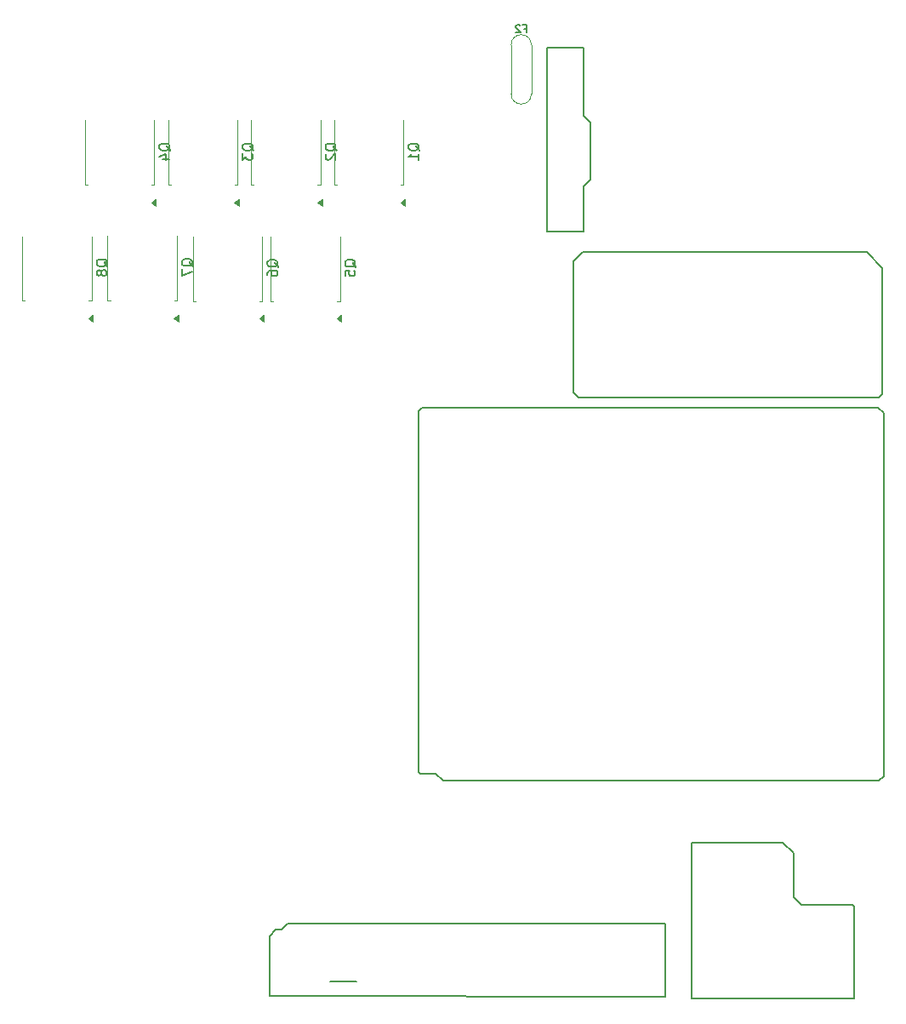
<source format=gbo>
G04 #@! TF.GenerationSoftware,KiCad,Pcbnew,9.0.4*
G04 #@! TF.CreationDate,2025-12-07T20:06:33+10:00*
G04 #@! TF.ProjectId,trove8,74726f76-6538-42e6-9b69-6361645f7063,rev?*
G04 #@! TF.SameCoordinates,Original*
G04 #@! TF.FileFunction,Legend,Bot*
G04 #@! TF.FilePolarity,Positive*
%FSLAX46Y46*%
G04 Gerber Fmt 4.6, Leading zero omitted, Abs format (unit mm)*
G04 Created by KiCad (PCBNEW 9.0.4) date 2025-12-07 20:06:33*
%MOMM*%
%LPD*%
G01*
G04 APERTURE LIST*
%ADD10C,0.127000*%
%ADD11C,0.150000*%
%ADD12C,0.200000*%
%ADD13C,0.120000*%
G04 APERTURE END LIST*
D10*
X123753999Y-45196768D02*
X124007999Y-45196768D01*
X124007999Y-45595911D02*
X124007999Y-44833911D01*
X124007999Y-44833911D02*
X123645142Y-44833911D01*
X123391142Y-44906483D02*
X123354856Y-44870197D01*
X123354856Y-44870197D02*
X123282285Y-44833911D01*
X123282285Y-44833911D02*
X123100856Y-44833911D01*
X123100856Y-44833911D02*
X123028285Y-44870197D01*
X123028285Y-44870197D02*
X122991999Y-44906483D01*
X122991999Y-44906483D02*
X122955713Y-44979054D01*
X122955713Y-44979054D02*
X122955713Y-45051626D01*
X122955713Y-45051626D02*
X122991999Y-45160483D01*
X122991999Y-45160483D02*
X123427427Y-45595911D01*
X123427427Y-45595911D02*
X122955713Y-45595911D01*
D11*
X82330057Y-68864761D02*
X82282438Y-68769523D01*
X82282438Y-68769523D02*
X82187200Y-68674285D01*
X82187200Y-68674285D02*
X82044342Y-68531428D01*
X82044342Y-68531428D02*
X81996723Y-68436190D01*
X81996723Y-68436190D02*
X81996723Y-68340952D01*
X82234819Y-68388571D02*
X82187200Y-68293333D01*
X82187200Y-68293333D02*
X82091961Y-68198095D01*
X82091961Y-68198095D02*
X81901485Y-68150476D01*
X81901485Y-68150476D02*
X81568152Y-68150476D01*
X81568152Y-68150476D02*
X81377676Y-68198095D01*
X81377676Y-68198095D02*
X81282438Y-68293333D01*
X81282438Y-68293333D02*
X81234819Y-68388571D01*
X81234819Y-68388571D02*
X81234819Y-68579047D01*
X81234819Y-68579047D02*
X81282438Y-68674285D01*
X81282438Y-68674285D02*
X81377676Y-68769523D01*
X81377676Y-68769523D02*
X81568152Y-68817142D01*
X81568152Y-68817142D02*
X81901485Y-68817142D01*
X81901485Y-68817142D02*
X82091961Y-68769523D01*
X82091961Y-68769523D02*
X82187200Y-68674285D01*
X82187200Y-68674285D02*
X82234819Y-68579047D01*
X82234819Y-68579047D02*
X82234819Y-68388571D01*
X81663390Y-69388571D02*
X81615771Y-69293333D01*
X81615771Y-69293333D02*
X81568152Y-69245714D01*
X81568152Y-69245714D02*
X81472914Y-69198095D01*
X81472914Y-69198095D02*
X81425295Y-69198095D01*
X81425295Y-69198095D02*
X81330057Y-69245714D01*
X81330057Y-69245714D02*
X81282438Y-69293333D01*
X81282438Y-69293333D02*
X81234819Y-69388571D01*
X81234819Y-69388571D02*
X81234819Y-69579047D01*
X81234819Y-69579047D02*
X81282438Y-69674285D01*
X81282438Y-69674285D02*
X81330057Y-69721904D01*
X81330057Y-69721904D02*
X81425295Y-69769523D01*
X81425295Y-69769523D02*
X81472914Y-69769523D01*
X81472914Y-69769523D02*
X81568152Y-69721904D01*
X81568152Y-69721904D02*
X81615771Y-69674285D01*
X81615771Y-69674285D02*
X81663390Y-69579047D01*
X81663390Y-69579047D02*
X81663390Y-69388571D01*
X81663390Y-69388571D02*
X81711009Y-69293333D01*
X81711009Y-69293333D02*
X81758628Y-69245714D01*
X81758628Y-69245714D02*
X81853866Y-69198095D01*
X81853866Y-69198095D02*
X82044342Y-69198095D01*
X82044342Y-69198095D02*
X82139580Y-69245714D01*
X82139580Y-69245714D02*
X82187200Y-69293333D01*
X82187200Y-69293333D02*
X82234819Y-69388571D01*
X82234819Y-69388571D02*
X82234819Y-69579047D01*
X82234819Y-69579047D02*
X82187200Y-69674285D01*
X82187200Y-69674285D02*
X82139580Y-69721904D01*
X82139580Y-69721904D02*
X82044342Y-69769523D01*
X82044342Y-69769523D02*
X81853866Y-69769523D01*
X81853866Y-69769523D02*
X81758628Y-69721904D01*
X81758628Y-69721904D02*
X81711009Y-69674285D01*
X81711009Y-69674285D02*
X81663390Y-69579047D01*
X88580057Y-57339761D02*
X88532438Y-57244523D01*
X88532438Y-57244523D02*
X88437200Y-57149285D01*
X88437200Y-57149285D02*
X88294342Y-57006428D01*
X88294342Y-57006428D02*
X88246723Y-56911190D01*
X88246723Y-56911190D02*
X88246723Y-56815952D01*
X88484819Y-56863571D02*
X88437200Y-56768333D01*
X88437200Y-56768333D02*
X88341961Y-56673095D01*
X88341961Y-56673095D02*
X88151485Y-56625476D01*
X88151485Y-56625476D02*
X87818152Y-56625476D01*
X87818152Y-56625476D02*
X87627676Y-56673095D01*
X87627676Y-56673095D02*
X87532438Y-56768333D01*
X87532438Y-56768333D02*
X87484819Y-56863571D01*
X87484819Y-56863571D02*
X87484819Y-57054047D01*
X87484819Y-57054047D02*
X87532438Y-57149285D01*
X87532438Y-57149285D02*
X87627676Y-57244523D01*
X87627676Y-57244523D02*
X87818152Y-57292142D01*
X87818152Y-57292142D02*
X88151485Y-57292142D01*
X88151485Y-57292142D02*
X88341961Y-57244523D01*
X88341961Y-57244523D02*
X88437200Y-57149285D01*
X88437200Y-57149285D02*
X88484819Y-57054047D01*
X88484819Y-57054047D02*
X88484819Y-56863571D01*
X87818152Y-58149285D02*
X88484819Y-58149285D01*
X87437200Y-57911190D02*
X88151485Y-57673095D01*
X88151485Y-57673095D02*
X88151485Y-58292142D01*
X105110057Y-57339761D02*
X105062438Y-57244523D01*
X105062438Y-57244523D02*
X104967200Y-57149285D01*
X104967200Y-57149285D02*
X104824342Y-57006428D01*
X104824342Y-57006428D02*
X104776723Y-56911190D01*
X104776723Y-56911190D02*
X104776723Y-56815952D01*
X105014819Y-56863571D02*
X104967200Y-56768333D01*
X104967200Y-56768333D02*
X104871961Y-56673095D01*
X104871961Y-56673095D02*
X104681485Y-56625476D01*
X104681485Y-56625476D02*
X104348152Y-56625476D01*
X104348152Y-56625476D02*
X104157676Y-56673095D01*
X104157676Y-56673095D02*
X104062438Y-56768333D01*
X104062438Y-56768333D02*
X104014819Y-56863571D01*
X104014819Y-56863571D02*
X104014819Y-57054047D01*
X104014819Y-57054047D02*
X104062438Y-57149285D01*
X104062438Y-57149285D02*
X104157676Y-57244523D01*
X104157676Y-57244523D02*
X104348152Y-57292142D01*
X104348152Y-57292142D02*
X104681485Y-57292142D01*
X104681485Y-57292142D02*
X104871961Y-57244523D01*
X104871961Y-57244523D02*
X104967200Y-57149285D01*
X104967200Y-57149285D02*
X105014819Y-57054047D01*
X105014819Y-57054047D02*
X105014819Y-56863571D01*
X104110057Y-57673095D02*
X104062438Y-57720714D01*
X104062438Y-57720714D02*
X104014819Y-57815952D01*
X104014819Y-57815952D02*
X104014819Y-58054047D01*
X104014819Y-58054047D02*
X104062438Y-58149285D01*
X104062438Y-58149285D02*
X104110057Y-58196904D01*
X104110057Y-58196904D02*
X104205295Y-58244523D01*
X104205295Y-58244523D02*
X104300533Y-58244523D01*
X104300533Y-58244523D02*
X104443390Y-58196904D01*
X104443390Y-58196904D02*
X105014819Y-57625476D01*
X105014819Y-57625476D02*
X105014819Y-58244523D01*
X107050057Y-68914761D02*
X107002438Y-68819523D01*
X107002438Y-68819523D02*
X106907200Y-68724285D01*
X106907200Y-68724285D02*
X106764342Y-68581428D01*
X106764342Y-68581428D02*
X106716723Y-68486190D01*
X106716723Y-68486190D02*
X106716723Y-68390952D01*
X106954819Y-68438571D02*
X106907200Y-68343333D01*
X106907200Y-68343333D02*
X106811961Y-68248095D01*
X106811961Y-68248095D02*
X106621485Y-68200476D01*
X106621485Y-68200476D02*
X106288152Y-68200476D01*
X106288152Y-68200476D02*
X106097676Y-68248095D01*
X106097676Y-68248095D02*
X106002438Y-68343333D01*
X106002438Y-68343333D02*
X105954819Y-68438571D01*
X105954819Y-68438571D02*
X105954819Y-68629047D01*
X105954819Y-68629047D02*
X106002438Y-68724285D01*
X106002438Y-68724285D02*
X106097676Y-68819523D01*
X106097676Y-68819523D02*
X106288152Y-68867142D01*
X106288152Y-68867142D02*
X106621485Y-68867142D01*
X106621485Y-68867142D02*
X106811961Y-68819523D01*
X106811961Y-68819523D02*
X106907200Y-68724285D01*
X106907200Y-68724285D02*
X106954819Y-68629047D01*
X106954819Y-68629047D02*
X106954819Y-68438571D01*
X105954819Y-69771904D02*
X105954819Y-69295714D01*
X105954819Y-69295714D02*
X106431009Y-69248095D01*
X106431009Y-69248095D02*
X106383390Y-69295714D01*
X106383390Y-69295714D02*
X106335771Y-69390952D01*
X106335771Y-69390952D02*
X106335771Y-69629047D01*
X106335771Y-69629047D02*
X106383390Y-69724285D01*
X106383390Y-69724285D02*
X106431009Y-69771904D01*
X106431009Y-69771904D02*
X106526247Y-69819523D01*
X106526247Y-69819523D02*
X106764342Y-69819523D01*
X106764342Y-69819523D02*
X106859580Y-69771904D01*
X106859580Y-69771904D02*
X106907200Y-69724285D01*
X106907200Y-69724285D02*
X106954819Y-69629047D01*
X106954819Y-69629047D02*
X106954819Y-69390952D01*
X106954819Y-69390952D02*
X106907200Y-69295714D01*
X106907200Y-69295714D02*
X106859580Y-69248095D01*
X99325057Y-68914761D02*
X99277438Y-68819523D01*
X99277438Y-68819523D02*
X99182200Y-68724285D01*
X99182200Y-68724285D02*
X99039342Y-68581428D01*
X99039342Y-68581428D02*
X98991723Y-68486190D01*
X98991723Y-68486190D02*
X98991723Y-68390952D01*
X99229819Y-68438571D02*
X99182200Y-68343333D01*
X99182200Y-68343333D02*
X99086961Y-68248095D01*
X99086961Y-68248095D02*
X98896485Y-68200476D01*
X98896485Y-68200476D02*
X98563152Y-68200476D01*
X98563152Y-68200476D02*
X98372676Y-68248095D01*
X98372676Y-68248095D02*
X98277438Y-68343333D01*
X98277438Y-68343333D02*
X98229819Y-68438571D01*
X98229819Y-68438571D02*
X98229819Y-68629047D01*
X98229819Y-68629047D02*
X98277438Y-68724285D01*
X98277438Y-68724285D02*
X98372676Y-68819523D01*
X98372676Y-68819523D02*
X98563152Y-68867142D01*
X98563152Y-68867142D02*
X98896485Y-68867142D01*
X98896485Y-68867142D02*
X99086961Y-68819523D01*
X99086961Y-68819523D02*
X99182200Y-68724285D01*
X99182200Y-68724285D02*
X99229819Y-68629047D01*
X99229819Y-68629047D02*
X99229819Y-68438571D01*
X98229819Y-69724285D02*
X98229819Y-69533809D01*
X98229819Y-69533809D02*
X98277438Y-69438571D01*
X98277438Y-69438571D02*
X98325057Y-69390952D01*
X98325057Y-69390952D02*
X98467914Y-69295714D01*
X98467914Y-69295714D02*
X98658390Y-69248095D01*
X98658390Y-69248095D02*
X99039342Y-69248095D01*
X99039342Y-69248095D02*
X99134580Y-69295714D01*
X99134580Y-69295714D02*
X99182200Y-69343333D01*
X99182200Y-69343333D02*
X99229819Y-69438571D01*
X99229819Y-69438571D02*
X99229819Y-69629047D01*
X99229819Y-69629047D02*
X99182200Y-69724285D01*
X99182200Y-69724285D02*
X99134580Y-69771904D01*
X99134580Y-69771904D02*
X99039342Y-69819523D01*
X99039342Y-69819523D02*
X98801247Y-69819523D01*
X98801247Y-69819523D02*
X98706009Y-69771904D01*
X98706009Y-69771904D02*
X98658390Y-69724285D01*
X98658390Y-69724285D02*
X98610771Y-69629047D01*
X98610771Y-69629047D02*
X98610771Y-69438571D01*
X98610771Y-69438571D02*
X98658390Y-69343333D01*
X98658390Y-69343333D02*
X98706009Y-69295714D01*
X98706009Y-69295714D02*
X98801247Y-69248095D01*
X113375057Y-57339761D02*
X113327438Y-57244523D01*
X113327438Y-57244523D02*
X113232200Y-57149285D01*
X113232200Y-57149285D02*
X113089342Y-57006428D01*
X113089342Y-57006428D02*
X113041723Y-56911190D01*
X113041723Y-56911190D02*
X113041723Y-56815952D01*
X113279819Y-56863571D02*
X113232200Y-56768333D01*
X113232200Y-56768333D02*
X113136961Y-56673095D01*
X113136961Y-56673095D02*
X112946485Y-56625476D01*
X112946485Y-56625476D02*
X112613152Y-56625476D01*
X112613152Y-56625476D02*
X112422676Y-56673095D01*
X112422676Y-56673095D02*
X112327438Y-56768333D01*
X112327438Y-56768333D02*
X112279819Y-56863571D01*
X112279819Y-56863571D02*
X112279819Y-57054047D01*
X112279819Y-57054047D02*
X112327438Y-57149285D01*
X112327438Y-57149285D02*
X112422676Y-57244523D01*
X112422676Y-57244523D02*
X112613152Y-57292142D01*
X112613152Y-57292142D02*
X112946485Y-57292142D01*
X112946485Y-57292142D02*
X113136961Y-57244523D01*
X113136961Y-57244523D02*
X113232200Y-57149285D01*
X113232200Y-57149285D02*
X113279819Y-57054047D01*
X113279819Y-57054047D02*
X113279819Y-56863571D01*
X113279819Y-58244523D02*
X113279819Y-57673095D01*
X113279819Y-57958809D02*
X112279819Y-57958809D01*
X112279819Y-57958809D02*
X112422676Y-57863571D01*
X112422676Y-57863571D02*
X112517914Y-57768333D01*
X112517914Y-57768333D02*
X112565533Y-57673095D01*
X90825057Y-68839761D02*
X90777438Y-68744523D01*
X90777438Y-68744523D02*
X90682200Y-68649285D01*
X90682200Y-68649285D02*
X90539342Y-68506428D01*
X90539342Y-68506428D02*
X90491723Y-68411190D01*
X90491723Y-68411190D02*
X90491723Y-68315952D01*
X90729819Y-68363571D02*
X90682200Y-68268333D01*
X90682200Y-68268333D02*
X90586961Y-68173095D01*
X90586961Y-68173095D02*
X90396485Y-68125476D01*
X90396485Y-68125476D02*
X90063152Y-68125476D01*
X90063152Y-68125476D02*
X89872676Y-68173095D01*
X89872676Y-68173095D02*
X89777438Y-68268333D01*
X89777438Y-68268333D02*
X89729819Y-68363571D01*
X89729819Y-68363571D02*
X89729819Y-68554047D01*
X89729819Y-68554047D02*
X89777438Y-68649285D01*
X89777438Y-68649285D02*
X89872676Y-68744523D01*
X89872676Y-68744523D02*
X90063152Y-68792142D01*
X90063152Y-68792142D02*
X90396485Y-68792142D01*
X90396485Y-68792142D02*
X90586961Y-68744523D01*
X90586961Y-68744523D02*
X90682200Y-68649285D01*
X90682200Y-68649285D02*
X90729819Y-68554047D01*
X90729819Y-68554047D02*
X90729819Y-68363571D01*
X89729819Y-69125476D02*
X89729819Y-69792142D01*
X89729819Y-69792142D02*
X90729819Y-69363571D01*
X96845057Y-57339761D02*
X96797438Y-57244523D01*
X96797438Y-57244523D02*
X96702200Y-57149285D01*
X96702200Y-57149285D02*
X96559342Y-57006428D01*
X96559342Y-57006428D02*
X96511723Y-56911190D01*
X96511723Y-56911190D02*
X96511723Y-56815952D01*
X96749819Y-56863571D02*
X96702200Y-56768333D01*
X96702200Y-56768333D02*
X96606961Y-56673095D01*
X96606961Y-56673095D02*
X96416485Y-56625476D01*
X96416485Y-56625476D02*
X96083152Y-56625476D01*
X96083152Y-56625476D02*
X95892676Y-56673095D01*
X95892676Y-56673095D02*
X95797438Y-56768333D01*
X95797438Y-56768333D02*
X95749819Y-56863571D01*
X95749819Y-56863571D02*
X95749819Y-57054047D01*
X95749819Y-57054047D02*
X95797438Y-57149285D01*
X95797438Y-57149285D02*
X95892676Y-57244523D01*
X95892676Y-57244523D02*
X96083152Y-57292142D01*
X96083152Y-57292142D02*
X96416485Y-57292142D01*
X96416485Y-57292142D02*
X96606961Y-57244523D01*
X96606961Y-57244523D02*
X96702200Y-57149285D01*
X96702200Y-57149285D02*
X96749819Y-57054047D01*
X96749819Y-57054047D02*
X96749819Y-56863571D01*
X95749819Y-57625476D02*
X95749819Y-58244523D01*
X95749819Y-58244523D02*
X96130771Y-57911190D01*
X96130771Y-57911190D02*
X96130771Y-58054047D01*
X96130771Y-58054047D02*
X96178390Y-58149285D01*
X96178390Y-58149285D02*
X96226009Y-58196904D01*
X96226009Y-58196904D02*
X96321247Y-58244523D01*
X96321247Y-58244523D02*
X96559342Y-58244523D01*
X96559342Y-58244523D02*
X96654580Y-58196904D01*
X96654580Y-58196904D02*
X96702200Y-58149285D01*
X96702200Y-58149285D02*
X96749819Y-58054047D01*
X96749819Y-58054047D02*
X96749819Y-57768333D01*
X96749819Y-57768333D02*
X96702200Y-57673095D01*
X96702200Y-57673095D02*
X96654580Y-57625476D01*
D12*
G04 #@! TO.C,M1*
X113250801Y-119103709D02*
X113250793Y-83221337D01*
X113475001Y-119327909D02*
X113250801Y-119103709D01*
X113593228Y-82878902D02*
X113250793Y-83221337D01*
X115000003Y-119327909D02*
X113475001Y-119327909D01*
X115700001Y-120027909D02*
X115000003Y-119327909D01*
X159005914Y-82878897D02*
X113593228Y-82878902D01*
X159087369Y-120027909D02*
X115700001Y-120027909D01*
X159575003Y-83447986D02*
X159005914Y-82878897D01*
X159575006Y-119540271D02*
X159087369Y-120027909D01*
X159575006Y-119540271D02*
X159575003Y-83447986D01*
G04 #@! TO.C,M5*
X98437503Y-135487508D02*
X98437503Y-141412843D01*
X99087509Y-134837502D02*
X98437503Y-135487508D01*
X99612501Y-134837502D02*
X99087509Y-134837502D01*
X100212503Y-134237501D02*
X99612501Y-134837502D01*
X107087498Y-139962506D02*
X104462497Y-139962506D01*
X137862501Y-134237501D02*
X100212503Y-134237501D01*
X137862501Y-134237501D02*
X137862501Y-141487321D01*
X137862501Y-141487321D02*
X98437503Y-141412843D01*
G04 #@! TO.C,M2*
X140450001Y-126149998D02*
X140450001Y-141674999D01*
X149525002Y-126149998D02*
X140450001Y-126149998D01*
X150600001Y-127224997D02*
X149525002Y-126149998D01*
X150600001Y-127224997D02*
X150600001Y-131624999D01*
X151349964Y-132374962D02*
X150600001Y-131624999D01*
X156499966Y-132374962D02*
X151349964Y-132374962D01*
X156625000Y-132499996D02*
X156499966Y-132374962D01*
X156625000Y-132499996D02*
X156625000Y-141674999D01*
X156625000Y-141674999D02*
X140450001Y-141674999D01*
G04 #@! TO.C,M6*
X128662502Y-68356526D02*
X128662502Y-81406532D01*
X129162502Y-81906532D02*
X128662502Y-81406532D01*
X129587500Y-67431529D02*
X128662502Y-68356526D01*
X157912500Y-67431529D02*
X129582502Y-67431529D01*
X159062495Y-81906535D02*
X129162502Y-81906532D01*
X159462500Y-68981529D02*
X157912500Y-67431529D01*
X159462500Y-68981529D02*
X159462500Y-81506530D01*
X159462500Y-81506530D02*
X159062495Y-81906535D01*
D13*
G04 #@! TO.C,F2*
X122500000Y-51650000D02*
X122500000Y-46800000D01*
X124500000Y-51650000D02*
X124500000Y-46800000D01*
X122500000Y-46800000D02*
G75*
G02*
X124500000Y-46800000I1000000J0D01*
G01*
X124500000Y-51700000D02*
G75*
G02*
X122500000Y-51700000I-1000000J0D01*
G01*
D12*
G04 #@! TO.C,M4*
X126100000Y-47100000D02*
X126100000Y-65375000D01*
X126100000Y-47100000D02*
X129674999Y-47100000D01*
X126100000Y-65375000D02*
X129674999Y-65375000D01*
X129674999Y-47100000D02*
X129674999Y-53849999D01*
X129674999Y-53849999D02*
X130399999Y-54574999D01*
X129674999Y-60900003D02*
X129674999Y-65375000D01*
X130399999Y-54574999D02*
X130399999Y-60175003D01*
X130399999Y-60175003D02*
X129674999Y-60900003D01*
D13*
G04 #@! TO.C,Q8*
X73830000Y-65850000D02*
X73830000Y-72270000D01*
X73830000Y-72270000D02*
X74100000Y-72270000D01*
X80730000Y-65850000D02*
X80730000Y-72270000D01*
X80730000Y-72270000D02*
X80460000Y-72270000D01*
X80890000Y-74340000D02*
X80420000Y-74000000D01*
X80890000Y-73660000D01*
X80890000Y-74340000D01*
G36*
X80890000Y-74340000D02*
G01*
X80420000Y-74000000D01*
X80890000Y-73660000D01*
X80890000Y-74340000D01*
G37*
G04 #@! TO.C,Q4*
X80080000Y-54325000D02*
X80080000Y-60745000D01*
X80080000Y-60745000D02*
X80350000Y-60745000D01*
X86980000Y-54325000D02*
X86980000Y-60745000D01*
X86980000Y-60745000D02*
X86710000Y-60745000D01*
X87140000Y-62815000D02*
X86670000Y-62475000D01*
X87140000Y-62135000D01*
X87140000Y-62815000D01*
G36*
X87140000Y-62815000D02*
G01*
X86670000Y-62475000D01*
X87140000Y-62135000D01*
X87140000Y-62815000D01*
G37*
G04 #@! TO.C,Q2*
X96610000Y-54325000D02*
X96610000Y-60745000D01*
X96610000Y-60745000D02*
X96880000Y-60745000D01*
X103510000Y-54325000D02*
X103510000Y-60745000D01*
X103510000Y-60745000D02*
X103240000Y-60745000D01*
X103670000Y-62815000D02*
X103200000Y-62475000D01*
X103670000Y-62135000D01*
X103670000Y-62815000D01*
G36*
X103670000Y-62815000D02*
G01*
X103200000Y-62475000D01*
X103670000Y-62135000D01*
X103670000Y-62815000D01*
G37*
G04 #@! TO.C,Q5*
X98550000Y-65900000D02*
X98550000Y-72320000D01*
X98550000Y-72320000D02*
X98820000Y-72320000D01*
X105450000Y-65900000D02*
X105450000Y-72320000D01*
X105450000Y-72320000D02*
X105180000Y-72320000D01*
X105610000Y-74390000D02*
X105140000Y-74050000D01*
X105610000Y-73710000D01*
X105610000Y-74390000D01*
G36*
X105610000Y-74390000D02*
G01*
X105140000Y-74050000D01*
X105610000Y-73710000D01*
X105610000Y-74390000D01*
G37*
G04 #@! TO.C,Q6*
X90825000Y-65900000D02*
X90825000Y-72320000D01*
X90825000Y-72320000D02*
X91095000Y-72320000D01*
X97725000Y-65900000D02*
X97725000Y-72320000D01*
X97725000Y-72320000D02*
X97455000Y-72320000D01*
X97885000Y-74390000D02*
X97415000Y-74050000D01*
X97885000Y-73710000D01*
X97885000Y-74390000D01*
G36*
X97885000Y-74390000D02*
G01*
X97415000Y-74050000D01*
X97885000Y-73710000D01*
X97885000Y-74390000D01*
G37*
G04 #@! TO.C,Q1*
X104875000Y-54325000D02*
X104875000Y-60745000D01*
X104875000Y-60745000D02*
X105145000Y-60745000D01*
X111775000Y-54325000D02*
X111775000Y-60745000D01*
X111775000Y-60745000D02*
X111505000Y-60745000D01*
X111935000Y-62815000D02*
X111465000Y-62475000D01*
X111935000Y-62135000D01*
X111935000Y-62815000D01*
G36*
X111935000Y-62815000D02*
G01*
X111465000Y-62475000D01*
X111935000Y-62135000D01*
X111935000Y-62815000D01*
G37*
G04 #@! TO.C,Q7*
X82325000Y-65825000D02*
X82325000Y-72245000D01*
X82325000Y-72245000D02*
X82595000Y-72245000D01*
X89225000Y-65825000D02*
X89225000Y-72245000D01*
X89225000Y-72245000D02*
X88955000Y-72245000D01*
X89385000Y-74315000D02*
X88915000Y-73975000D01*
X89385000Y-73635000D01*
X89385000Y-74315000D01*
G36*
X89385000Y-74315000D02*
G01*
X88915000Y-73975000D01*
X89385000Y-73635000D01*
X89385000Y-74315000D01*
G37*
G04 #@! TO.C,Q3*
X88345000Y-54325000D02*
X88345000Y-60745000D01*
X88345000Y-60745000D02*
X88615000Y-60745000D01*
X95245000Y-54325000D02*
X95245000Y-60745000D01*
X95245000Y-60745000D02*
X94975000Y-60745000D01*
X95405000Y-62815000D02*
X94935000Y-62475000D01*
X95405000Y-62135000D01*
X95405000Y-62815000D01*
G36*
X95405000Y-62815000D02*
G01*
X94935000Y-62475000D01*
X95405000Y-62135000D01*
X95405000Y-62815000D01*
G37*
G04 #@! TD*
M02*

</source>
